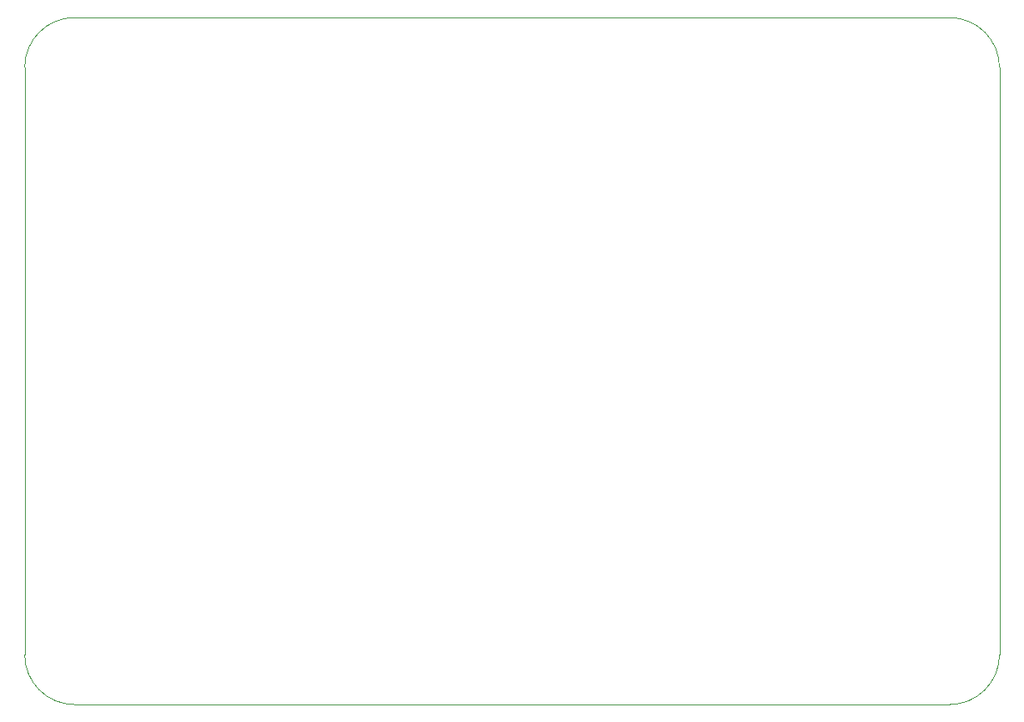
<source format=gbr>
G04 #@! TF.GenerationSoftware,KiCad,Pcbnew,(5.1.9)-1*
G04 #@! TF.CreationDate,2021-02-22T19:57:17+01:00*
G04 #@! TF.ProjectId,IoT12,496f5431-322e-46b6-9963-61645f706362,rev?*
G04 #@! TF.SameCoordinates,Original*
G04 #@! TF.FileFunction,Profile,NP*
%FSLAX46Y46*%
G04 Gerber Fmt 4.6, Leading zero omitted, Abs format (unit mm)*
G04 Created by KiCad (PCBNEW (5.1.9)-1) date 2021-02-22 19:57:17*
%MOMM*%
%LPD*%
G01*
G04 APERTURE LIST*
G04 #@! TA.AperFunction,Profile*
%ADD10C,0.050000*%
G04 #@! TD*
G04 APERTURE END LIST*
D10*
X49530000Y-22860000D02*
G75*
G02*
X44450000Y-27940000I-5080000J0D01*
G01*
X-44450000Y-27940000D02*
G75*
G02*
X-49530000Y-22860000I0J5080000D01*
G01*
X-49530000Y36830000D02*
G75*
G02*
X-44450000Y41910000I5080000J0D01*
G01*
X44450000Y41910000D02*
G75*
G02*
X49530000Y36830000I0J-5080000D01*
G01*
X-49530000Y-22860000D02*
X-49530000Y36830000D01*
X44450000Y-27940000D02*
X-44450000Y-27940000D01*
X49530000Y36830000D02*
X49530000Y-22860000D01*
X-44450000Y41910000D02*
X44450000Y41910000D01*
M02*

</source>
